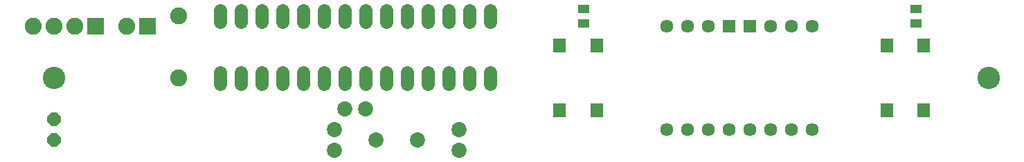
<source format=gbs>
G75*
%MOIN*%
%OFA0B0*%
%FSLAX25Y25*%
%IPPOS*%
%LPD*%
%AMOC8*
5,1,8,0,0,1.08239X$1,22.5*
%
%ADD10C,0.07300*%
%ADD11R,0.08200X0.08200*%
%ADD12C,0.08200*%
%ADD13C,0.06400*%
%ADD14C,0.10800*%
%ADD15OC8,0.06400*%
%ADD16C,0.06350*%
%ADD17R,0.06350X0.06350*%
%ADD18R,0.05918X0.06902*%
%ADD19R,0.05524X0.03950*%
D10*
X0156000Y0013500D03*
X0176000Y0018500D03*
X0196000Y0018500D03*
X0216000Y0013500D03*
X0216000Y0023500D03*
X0171000Y0033500D03*
X0161000Y0033500D03*
X0156000Y0023500D03*
D11*
X0066000Y0073500D03*
X0041000Y0073500D03*
D12*
X0031000Y0073500D03*
X0021000Y0073500D03*
X0011000Y0073500D03*
X0056000Y0073500D03*
X0081000Y0078500D03*
X0081000Y0048500D03*
D13*
X0101000Y0045700D02*
X0101000Y0051300D01*
X0111000Y0051300D02*
X0111000Y0045700D01*
X0121000Y0045700D02*
X0121000Y0051300D01*
X0131000Y0051300D02*
X0131000Y0045700D01*
X0141000Y0045700D02*
X0141000Y0051300D01*
X0151000Y0051300D02*
X0151000Y0045700D01*
X0161000Y0045700D02*
X0161000Y0051300D01*
X0171000Y0051300D02*
X0171000Y0045700D01*
X0181000Y0045700D02*
X0181000Y0051300D01*
X0191000Y0051300D02*
X0191000Y0045700D01*
X0201000Y0045700D02*
X0201000Y0051300D01*
X0211000Y0051300D02*
X0211000Y0045700D01*
X0221000Y0045700D02*
X0221000Y0051300D01*
X0231000Y0051300D02*
X0231000Y0045700D01*
X0231000Y0075700D02*
X0231000Y0081300D01*
X0221000Y0081300D02*
X0221000Y0075700D01*
X0211000Y0075700D02*
X0211000Y0081300D01*
X0201000Y0081300D02*
X0201000Y0075700D01*
X0191000Y0075700D02*
X0191000Y0081300D01*
X0181000Y0081300D02*
X0181000Y0075700D01*
X0171000Y0075700D02*
X0171000Y0081300D01*
X0161000Y0081300D02*
X0161000Y0075700D01*
X0151000Y0075700D02*
X0151000Y0081300D01*
X0141000Y0081300D02*
X0141000Y0075700D01*
X0131000Y0075700D02*
X0131000Y0081300D01*
X0121000Y0081300D02*
X0121000Y0075700D01*
X0111000Y0075700D02*
X0111000Y0081300D01*
X0101000Y0081300D02*
X0101000Y0075700D01*
D14*
X0021000Y0048500D03*
X0471000Y0048500D03*
D15*
X0021000Y0018500D03*
X0021000Y0028500D03*
D16*
X0316000Y0023500D03*
X0326000Y0023500D03*
X0336000Y0023500D03*
X0346000Y0023500D03*
X0356000Y0023500D03*
X0366000Y0023500D03*
X0376000Y0023500D03*
X0386000Y0023500D03*
X0386000Y0073500D03*
X0376000Y0073500D03*
X0366000Y0073500D03*
X0336000Y0073500D03*
X0326000Y0073500D03*
X0316000Y0073500D03*
D17*
X0346000Y0073500D03*
X0356000Y0073500D03*
D18*
X0422142Y0064150D03*
X0439858Y0064150D03*
X0282358Y0064150D03*
X0264642Y0064150D03*
X0264642Y0032850D03*
X0282358Y0032850D03*
X0422142Y0032850D03*
X0439858Y0032850D03*
D19*
X0436000Y0074957D03*
X0436000Y0082043D03*
X0276000Y0082043D03*
X0276000Y0074957D03*
M02*

</source>
